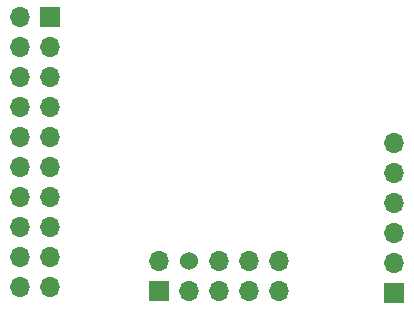
<source format=gbr>
%TF.GenerationSoftware,KiCad,Pcbnew,(6.0.1)*%
%TF.CreationDate,2023-01-19T10:52:25+01:00*%
%TF.ProjectId,swd-jlink-adapter,7377642d-6a6c-4696-9e6b-2d6164617074,rev?*%
%TF.SameCoordinates,Original*%
%TF.FileFunction,Soldermask,Bot*%
%TF.FilePolarity,Negative*%
%FSLAX46Y46*%
G04 Gerber Fmt 4.6, Leading zero omitted, Abs format (unit mm)*
G04 Created by KiCad (PCBNEW (6.0.1)) date 2023-01-19 10:52:25*
%MOMM*%
%LPD*%
G01*
G04 APERTURE LIST*
%ADD10O,1.700000X1.700000*%
%ADD11C,1.524000*%
%ADD12R,1.700000X1.700000*%
G04 APERTURE END LIST*
D10*
%TO.C,J5*%
X150800000Y-94160000D03*
X150800000Y-96700000D03*
X148260000Y-94160000D03*
X148260000Y-96700000D03*
X145720000Y-94160000D03*
X145720000Y-96700000D03*
D11*
X143180000Y-94160000D03*
D10*
X143180000Y-96700000D03*
X140640000Y-94160000D03*
D12*
X140640000Y-96700000D03*
%TD*%
%TO.C,J2*%
X160600000Y-96850000D03*
D10*
X160600000Y-94310000D03*
X160600000Y-91770000D03*
X160600000Y-89230000D03*
X160600000Y-86690000D03*
X160600000Y-84150000D03*
%TD*%
D12*
%TO.C,J1*%
X131445000Y-73550000D03*
D10*
X128905000Y-73550000D03*
X131445000Y-76090000D03*
X128905000Y-76090000D03*
X131445000Y-78630000D03*
X128905000Y-78630000D03*
X131445000Y-81170000D03*
X128905000Y-81170000D03*
X131445000Y-83710000D03*
X128905000Y-83710000D03*
X131445000Y-86250000D03*
X128905000Y-86250000D03*
X131445000Y-88790000D03*
X128905000Y-88790000D03*
X131445000Y-91330000D03*
X128905000Y-91330000D03*
X131445000Y-93870000D03*
X128905000Y-93870000D03*
X131445000Y-96410000D03*
X128905000Y-96410000D03*
%TD*%
M02*

</source>
